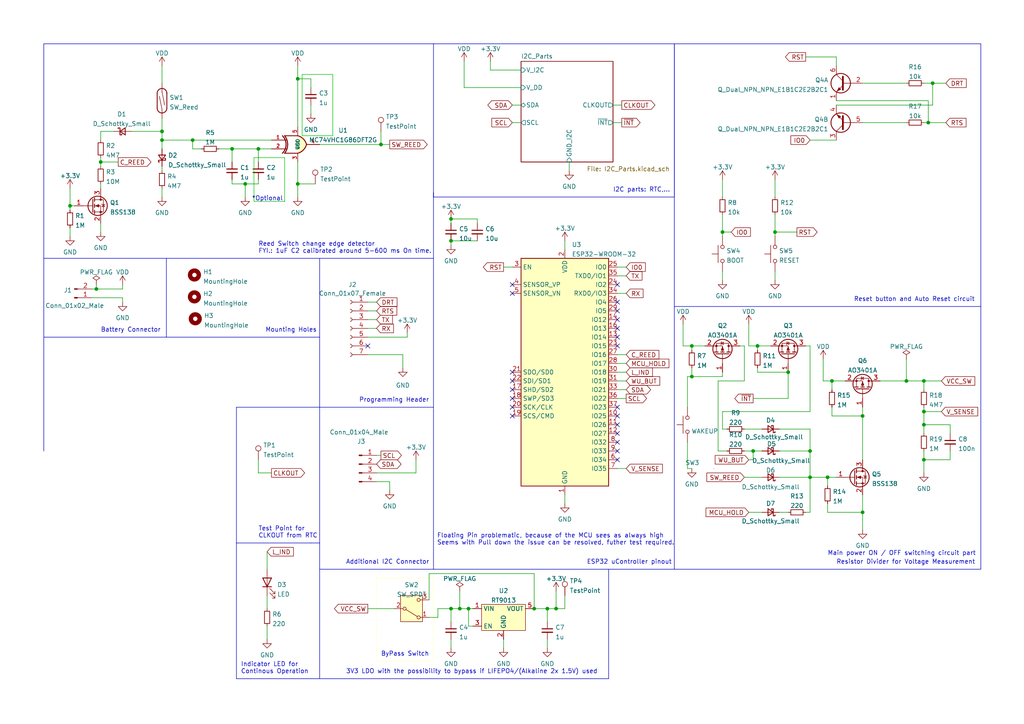
<source format=kicad_sch>
(kicad_sch (version 20231120) (generator "eeschema") (generator_version "8.0")
  (paper "A4")
  (title_block (title "Low Power Application for MailBox state checking") (date "2023-06-10") (rev "v0.2") (comment 1 "eXchange the components based on v0.1 experience") (comment 2 "Fix the RTC interrupt handling "))
  (junction (at 27.94 83.82))
  (junction (at 161.29 176.53))
  (junction (at 135.89 176.53))
  (junction (at 250.19 120.65))
  (junction (at 110.49 41.91))
  (junction (at 46.99 40.64))
  (junction (at 130.81 69.85))
  (junction (at 234.95 138.43))
  (junction (at 86.36 53.34))
  (junction (at 270.51 24.13))
  (junction (at 130.81 176.53))
  (junction (at 158.75 176.53))
  (junction (at 20.32 59.69))
  (junction (at 267.97 110.49))
  (junction (at 218.44 130.81))
  (junction (at 55.88 40.64))
  (junction (at 250.19 148.59))
  (junction (at 228.6 107.95))
  (junction (at 200.66 100.33))
  (junction (at 74.93 43.18))
  (junction (at 267.97 119.38))
  (junction (at 240.03 138.43))
  (junction (at 269.24 35.56))
  (junction (at 154.94 176.53))
  (junction (at 67.31 43.18))
  (junction (at 71.12 53.34))
  (junction (at 130.81 63.5))
  (junction (at 86.36 22.86))
  (junction (at 209.55 67.31))
  (junction (at 219.71 100.33))
  (junction (at 200.66 109.22))
  (junction (at 133.35 176.53))
  (junction (at 234.95 130.81))
  (junction (at 241.3 110.49))
  (junction (at 267.97 123.19))
  (junction (at 262.89 110.49))
  (junction (at 46.99 38.1))
  (junction (at 267.97 133.35))
  (junction (at 29.21 46.99))
  (junction (at 224.79 67.31))
  (no_connect (at 106.68 100.33))
  (no_connect (at 148.59 82.55))
  (no_connect (at 148.59 85.09))
  (no_connect (at 148.59 120.65))
  (no_connect (at 179.07 120.65))
  (no_connect (at 179.07 130.81))
  (no_connect (at 179.07 128.27))
  (no_connect (at 179.07 123.19))
  (no_connect (at 179.07 118.11))
  (no_connect (at 179.07 133.35))
  (no_connect (at 179.07 125.73))
  (no_connect (at 179.07 82.55))
  (no_connect (at 179.07 97.79))
  (no_connect (at 179.07 95.25))
  (no_connect (at 179.07 100.33))
  (no_connect (at 179.07 87.63))
  (no_connect (at 179.07 90.17))
  (no_connect (at 179.07 92.71))
  (no_connect (at 148.59 107.95))
  (no_connect (at 148.59 115.57))
  (no_connect (at 148.59 110.49))
  (no_connect (at 148.59 113.03))
  (no_connect (at 148.59 118.11))
  (wire (pts (xy 215.9 110.49) (xy 208.28 110.49)))
  (wire (pts (xy 20.32 59.69) (xy 21.59 59.69)))
  (wire (pts (xy 215.9 100.33) (xy 214.63 100.33)))
  (wire (pts (xy 130.81 63.5) (xy 138.43 63.5)))
  (wire (pts (xy 209.55 52.07) (xy 209.55 57.15)))
  (wire (pts (xy 267.97 110.49) (xy 267.97 113.03)))
  (wire (pts (xy 109.22 139.7) (xy 113.03 139.7)))
  (wire (pts (xy 234.95 40.64) (xy 242.57 40.64)))
  (polyline (pts (xy 12.7 12.7) (xy 125.73 12.7)))
  (wire (pts (xy 200.66 106.68) (xy 200.66 109.22)))
  (wire (pts (xy 106.68 102.87) (xy 116.84 102.87)))
  (wire (pts (xy 200.66 100.33) (xy 204.47 100.33)))
  (wire (pts (xy 146.05 77.47) (xy 148.59 77.47)))
  (wire (pts (xy 109.22 137.16) (xy 120.65 137.16)))
  (wire (pts (xy 219.71 100.33) (xy 223.52 100.33)))
  (wire (pts (xy 234.95 138.43) (xy 234.95 148.59)))
  (wire (pts (xy 142.24 17.78) (xy 142.24 20.32)))
  (wire (pts (xy 29.21 54.61) (xy 29.21 53.34)))
  (wire (pts (xy 133.35 176.53) (xy 135.89 176.53)))
  (wire (pts (xy 250.19 120.65) (xy 250.19 133.35)))
  (polyline (pts (xy 90.17 196.85) (xy 92.71 196.85)))
  (wire (pts (xy 90.17 22.86) (xy 90.17 25.4)))
  (wire (pts (xy 161.29 176.53) (xy 163.83 176.53)))
  (polyline (pts (xy 92.71 118.11) (xy 92.71 165.1)))
  (wire (pts (xy 262.89 24.13) (xy 250.19 24.13)))
  (polyline (pts (xy 125.73 165.1) (xy 125.73 74.93)))
  (wire (pts (xy 267.97 133.35) (xy 275.59 133.35)))
  (wire (pts (xy 226.06 130.81) (xy 234.95 130.81)))
  (wire (pts (xy 27.94 83.82) (xy 35.56 83.82)))
  (polyline (pts (xy 87.63 21.59) (xy 87.63 39.37)) (stroke (width 0) (color 0 194 0 1)))
  (polyline (pts (xy 109.22 167.64) (xy 125.73 167.64)) (stroke (width 0) (type dot) (color 255 255 0 1)))
  (wire (pts (xy 241.3 110.49) (xy 238.76 110.49)))
  (wire (pts (xy 106.68 95.25) (xy 109.22 95.25)))
  (wire (pts (xy 92.71 41.91) (xy 110.49 41.91)))
  (wire (pts (xy 198.12 100.33) (xy 200.66 100.33)))
  (wire (pts (xy 74.93 43.18) (xy 74.93 46.99)))
  (polyline (pts (xy 125.73 167.64) (xy 125.73 191.77)) (stroke (width 0) (type dot) (color 255 255 0 1)))
  (wire (pts (xy 26.67 86.36) (xy 35.56 86.36)))
  (wire (pts (xy 217.17 148.59) (xy 220.98 148.59)))
  (wire (pts (xy 74.93 52.07) (xy 74.93 53.34)))
  (polyline (pts (xy 87.63 21.59) (xy 96.52 21.59)) (stroke (width 0) (color 0 194 0 1)))
  (wire (pts (xy 67.31 53.34) (xy 71.12 53.34)))
  (wire (pts (xy 20.32 54.61) (xy 20.32 59.69)))
  (polyline (pts (xy 82.55 58.42) (xy 82.55 45.72)) (stroke (width 0) (color 0 194 0 1)))
  (wire (pts (xy 124.46 173.99) (xy 124.46 166.37)))
  (wire (pts (xy 215.9 124.46) (xy 220.98 124.46)))
  (wire (pts (xy 226.06 148.59) (xy 228.6 148.59)))
  (wire (pts (xy 275.59 123.19) (xy 267.97 123.19)))
  (wire (pts (xy 270.51 24.13) (xy 270.51 30.48)))
  (wire (pts (xy 29.21 46.99) (xy 29.21 48.26)))
  (wire (pts (xy 55.88 43.18) (xy 58.42 43.18)))
  (wire (pts (xy 86.36 46.99) (xy 86.36 53.34)))
  (wire (pts (xy 234.95 100.33) (xy 233.68 100.33)))
  (wire (pts (xy 179.07 80.01) (xy 181.61 80.01)))
  (polyline (pts (xy 82.55 58.42) (xy 82.55 58.42)))
  (wire (pts (xy 262.89 104.14) (xy 262.89 110.49)))
  (wire (pts (xy 209.55 78.74) (xy 209.55 81.28)))
  (wire (pts (xy 267.97 123.19) (xy 267.97 125.73)))
  (wire (pts (xy 219.71 107.95) (xy 228.6 107.95)))
  (wire (pts (xy 106.68 97.79) (xy 118.11 97.79)))
  (wire (pts (xy 233.68 148.59) (xy 234.95 148.59)))
  (wire (pts (xy 158.75 176.53) (xy 161.29 176.53)))
  (polyline (pts (xy 176.53 196.85) (xy 176.53 165.1)))
  (polyline (pts (xy 92.71 165.1) (xy 92.71 196.85)))
  (wire (pts (xy 138.43 63.5) (xy 138.43 64.77)))
  (wire (pts (xy 106.68 176.53) (xy 114.3 176.53)))
  (wire (pts (xy 20.32 68.58) (xy 20.32 66.04)))
  (wire (pts (xy 275.59 125.73) (xy 275.59 123.19)))
  (wire (pts (xy 262.89 110.49) (xy 267.97 110.49)))
  (wire (pts (xy 90.17 30.48) (xy 90.17 33.02)))
  (wire (pts (xy 179.07 115.57) (xy 181.61 115.57)))
  (polyline (pts (xy 92.71 196.85) (xy 176.53 196.85)))
  (wire (pts (xy 46.99 40.64) (xy 46.99 43.18)))
  (wire (pts (xy 130.81 69.85) (xy 130.81 71.12)))
  (polyline (pts (xy 92.71 97.79) (xy 92.71 97.79)))
  (wire (pts (xy 217.17 100.33) (xy 219.71 100.33)))
  (polyline (pts (xy 195.58 88.9) (xy 195.58 165.1)))
  (wire (pts (xy 106.68 92.71) (xy 109.22 92.71)))
  (wire (pts (xy 46.99 40.64) (xy 55.88 40.64)))
  (wire (pts (xy 86.36 53.34) (xy 86.36 57.15)))
  (wire (pts (xy 154.94 166.37) (xy 154.94 176.53)))
  (wire (pts (xy 215.9 100.33) (xy 215.9 110.49)))
  (wire (pts (xy 130.81 69.85) (xy 138.43 69.85)))
  (wire (pts (xy 200.66 109.22) (xy 209.55 109.22)))
  (wire (pts (xy 262.89 35.56) (xy 250.19 35.56)))
  (wire (pts (xy 106.68 90.17) (xy 109.22 90.17)))
  (wire (pts (xy 255.27 110.49) (xy 262.89 110.49)))
  (wire (pts (xy 270.51 30.48) (xy 242.57 30.48)))
  (wire (pts (xy 110.49 41.91) (xy 113.03 41.91)))
  (wire (pts (xy 179.07 110.49) (xy 181.61 110.49)))
  (wire (pts (xy 217.17 93.98) (xy 217.17 100.33)))
  (wire (pts (xy 209.55 119.38) (xy 209.55 124.46)))
  (wire (pts (xy 215.9 130.81) (xy 218.44 130.81)))
  (wire (pts (xy 250.19 143.51) (xy 250.19 148.59)))
  (wire (pts (xy 158.75 185.42) (xy 158.75 187.96)))
  (wire (pts (xy 113.03 139.7) (xy 113.03 142.24)))
  (polyline (pts (xy 195.58 57.15) (xy 125.73 57.15)))
  (wire (pts (xy 29.21 64.77) (xy 29.21 67.31)))
  (polyline (pts (xy 73.66 58.42) (xy 82.55 58.42)) (stroke (width 0) (color 0 194 0 1)))
  (wire (pts (xy 199.39 135.89) (xy 200.66 135.89)))
  (wire (pts (xy 234.95 100.33) (xy 234.95 119.38)))
  (wire (pts (xy 179.07 102.87) (xy 181.61 102.87)))
  (wire (pts (xy 209.55 67.31) (xy 209.55 68.58)))
  (wire (pts (xy 210.82 124.46) (xy 209.55 124.46)))
  (polyline (pts (xy 73.66 45.72) (xy 73.66 58.42)) (stroke (width 0) (color 0 194 0 1)))
  (wire (pts (xy 275.59 130.81) (xy 275.59 133.35)))
  (wire (pts (xy 240.03 146.05) (xy 240.03 148.59)))
  (wire (pts (xy 46.99 19.05) (xy 46.99 24.13)))
  (wire (pts (xy 86.36 53.34) (xy 91.44 53.34)))
  (wire (pts (xy 86.36 19.05) (xy 86.36 22.86)))
  (wire (pts (xy 267.97 118.11) (xy 267.97 119.38)))
  (wire (pts (xy 116.84 106.68) (xy 116.84 102.87)))
  (polyline (pts (xy 12.7 74.93) (xy 125.73 74.93)))
  (wire (pts (xy 63.5 43.18) (xy 67.31 43.18)))
  (wire (pts (xy 179.07 105.41) (xy 181.61 105.41)))
  (wire (pts (xy 224.79 78.74) (xy 224.79 81.28)))
  (wire (pts (xy 77.47 160.02) (xy 77.47 165.1)))
  (wire (pts (xy 134.62 25.4) (xy 151.13 25.4)))
  (wire (pts (xy 29.21 45.72) (xy 29.21 46.99)))
  (wire (pts (xy 234.95 119.38) (xy 209.55 119.38)))
  (wire (pts (xy 158.75 176.53) (xy 158.75 180.34)))
  (wire (pts (xy 177.8 35.56) (xy 180.34 35.56)))
  (wire (pts (xy 233.68 16.51) (xy 242.57 16.51)))
  (wire (pts (xy 224.79 67.31) (xy 224.79 68.58)))
  (wire (pts (xy 198.12 93.98) (xy 198.12 100.33)))
  (wire (pts (xy 269.24 35.56) (xy 269.24 29.21)))
  (wire (pts (xy 267.97 119.38) (xy 273.05 119.38)))
  (wire (pts (xy 71.12 53.34) (xy 74.93 53.34)))
  (wire (pts (xy 224.79 62.23) (xy 224.79 67.31)))
  (wire (pts (xy 134.62 17.78) (xy 134.62 25.4)))
  (wire (pts (xy 200.66 100.33) (xy 200.66 101.6)))
  (polyline (pts (xy 48.26 97.79) (xy 48.26 74.93)))
  (wire (pts (xy 241.3 120.65) (xy 250.19 120.65)))
  (wire (pts (xy 35.56 83.82) (xy 35.56 82.55)))
  (wire (pts (xy 267.97 133.35) (xy 267.97 137.16)))
  (wire (pts (xy 130.81 185.42) (xy 130.81 187.96)))
  (wire (pts (xy 133.35 171.45) (xy 133.35 176.53)))
  (wire (pts (xy 245.11 110.49) (xy 241.3 110.49)))
  (wire (pts (xy 86.36 22.86) (xy 86.36 36.83)))
  (wire (pts (xy 219.71 100.33) (xy 219.71 101.6)))
  (wire (pts (xy 267.97 130.81) (xy 267.97 133.35)))
  (polyline (pts (xy 125.73 191.77) (xy 109.22 191.77)) (stroke (width 0) (type dot) (color 255 255 0 1)))
  (polyline (pts (xy 195.58 12.7) (xy 195.58 88.9)))
  (wire (pts (xy 74.93 137.16) (xy 78.74 137.16)))
  (wire (pts (xy 86.36 22.86) (xy 90.17 22.86)))
  (wire (pts (xy 124.46 179.07) (xy 127 179.07)))
  (wire (pts (xy 267.97 119.38) (xy 267.97 123.19)))
  (wire (pts (xy 124.46 166.37) (xy 154.94 166.37)))
  (wire (pts (xy 77.47 181.61) (xy 77.47 185.42)))
  (wire (pts (xy 135.89 181.61) (xy 135.89 176.53)))
  (wire (pts (xy 163.83 69.85) (xy 163.83 72.39)))
  (polyline (pts (xy 12.7 97.79) (xy 48.26 97.79)))
  (wire (pts (xy 106.68 87.63) (xy 109.22 87.63)))
  (wire (pts (xy 241.3 118.11) (xy 241.3 120.65)))
  (wire (pts (xy 20.32 60.96) (xy 20.32 59.69)))
  (wire (pts (xy 130.81 63.5) (xy 130.81 64.77)))
  (polyline (pts (xy 12.7 74.93) (xy 12.7 130.81)))
  (polyline (pts (xy 195.58 165.1) (xy 284.48 165.1)))
  (wire (pts (xy 26.67 83.82) (xy 27.94 83.82)))
  (wire (pts (xy 46.99 34.29) (xy 46.99 38.1)))
  (wire (pts (xy 179.07 77.47) (xy 181.61 77.47)))
  (polyline (pts (xy 48.26 97.79) (xy 92.71 97.79)))
  (wire (pts (xy 241.3 110.49) (xy 241.3 113.03)))
  (wire (pts (xy 130.81 176.53) (xy 133.35 176.53)))
  (wire (pts (xy 250.19 148.59) (xy 250.19 153.67)))
  (wire (pts (xy 146.05 185.42) (xy 146.05 187.96)))
  (wire (pts (xy 179.07 135.89) (xy 181.61 135.89)))
  (wire (pts (xy 226.06 138.43) (xy 234.95 138.43)))
  (polyline (pts (xy 109.22 167.64) (xy 109.22 191.77)) (stroke (width 0) (type dot) (color 255 255 0 1)))
  (wire (pts (xy 177.8 30.48) (xy 180.34 30.48)))
  (wire (pts (xy 218.44 130.81) (xy 220.98 130.81)))
  (wire (pts (xy 267.97 110.49) (xy 273.05 110.49)))
  (wire (pts (xy 67.31 52.07) (xy 67.31 53.34)))
  (wire (pts (xy 38.1 38.1) (xy 46.99 38.1)))
  (wire (pts (xy 130.81 180.34) (xy 130.81 176.53)))
  (wire (pts (xy 234.95 138.43) (xy 240.03 138.43)))
  (polyline (pts (xy 90.17 157.48) (xy 92.71 157.48)))
  (wire (pts (xy 269.24 35.56) (xy 274.32 35.56)))
  (polyline (pts (xy 125.73 12.7) (xy 195.58 12.7)))
  (polyline (pts (xy 90.17 196.85) (xy 68.58 196.85)))
  (polyline (pts (xy 195.58 12.7) (xy 284.48 12.7)))
  (wire (pts (xy 179.07 113.03) (xy 181.61 113.03)))
  (polyline (pts (xy 284.48 165.1) (xy 284.48 88.9)))
  (polyline (pts (xy 12.7 12.7) (xy 12.7 74.93)))
  (wire (pts (xy 148.59 30.48) (xy 151.13 30.48)))
  (wire (pts (xy 163.83 172.72) (xy 163.83 176.53)))
  (wire (pts (xy 208.28 110.49) (xy 208.28 130.81)))
  (wire (pts (xy 110.49 132.08) (xy 109.22 132.08)))
  (wire (pts (xy 240.03 138.43) (xy 242.57 138.43)))
  (wire (pts (xy 46.99 38.1) (xy 46.99 40.64)))
  (wire (pts (xy 199.39 109.22) (xy 200.66 109.22)))
  (wire (pts (xy 29.21 46.99) (xy 34.29 46.99)))
  (polyline (pts (xy 284.48 12.7) (xy 284.48 88.9)))
  (wire (pts (xy 163.83 143.51) (xy 163.83 146.05)))
  (wire (pts (xy 267.97 35.56) (xy 269.24 35.56)))
  (wire (pts (xy 209.55 62.23) (xy 209.55 67.31)))
  (wire (pts (xy 240.03 148.59) (xy 250.19 148.59)))
  (wire (pts (xy 269.24 29.21) (xy 242.57 29.21)))
  (polyline (pts (xy 73.66 45.72) (xy 82.55 45.72)) (stroke (width 0) (color 0 194 0 1)))
  (polyline (pts (xy 125.73 165.1) (xy 92.71 165.1)))
  (wire (pts (xy 179.07 107.95) (xy 181.61 107.95)))
  (wire (pts (xy 27.94 82.55) (xy 27.94 83.82)))
  (wire (pts (xy 127 176.53) (xy 130.81 176.53)))
  (wire (pts (xy 71.12 53.34) (xy 71.12 57.15)))
  (wire (pts (xy 46.99 54.61) (xy 46.99 57.15)))
  (wire (pts (xy 148.59 35.56) (xy 151.13 35.56)))
  (polyline (pts (xy 68.58 196.85) (xy 68.58 157.48)))
  (wire (pts (xy 238.76 104.14) (xy 238.76 110.49)))
  (wire (pts (xy 199.39 135.89) (xy 199.39 128.27)))
  (wire (pts (xy 234.95 124.46) (xy 234.95 130.81)))
  (wire (pts (xy 161.29 171.45) (xy 161.29 176.53)))
  (wire (pts (xy 219.71 106.68) (xy 219.71 107.95)))
  (wire (pts (xy 179.07 85.09) (xy 181.61 85.09)))
  (polyline (pts (xy 87.63 39.37) (xy 96.52 39.37)) (stroke (width 0) (color 0 194 0 1)))
  (polyline (pts (xy 96.52 21.59) (xy 96.52 39.37)) (stroke (width 0) (color 0 194 0 1)))
  (polyline (pts (xy 207.01 135.89) (xy 207.01 135.89)))
  (wire (pts (xy 74.93 133.35) (xy 74.93 137.16)))
  (wire (pts (xy 250.19 118.11) (xy 250.19 120.65)))
  (wire (pts (xy 77.47 172.72) (xy 77.47 176.53)))
  (wire (pts (xy 242.57 16.51) (xy 242.57 19.05)))
  (wire (pts (xy 240.03 140.97) (xy 240.03 138.43)))
  (wire (pts (xy 110.49 38.1) (xy 110.49 41.91)))
  (wire (pts (xy 224.79 67.31) (xy 231.14 67.31)))
  (polyline (pts (xy 195.58 12.7) (xy 195.58 57.15)))
  (wire (pts (xy 208.28 130.81) (xy 210.82 130.81)))
  (polyline (pts (xy 195.58 88.9) (xy 284.48 88.9)))
  (wire (pts (xy 35.56 86.36) (xy 35.56 87.63)))
  (wire (pts (xy 228.6 107.95) (xy 228.6 115.57)))
  (wire (pts (xy 67.31 43.18) (xy 67.31 46.99)))
  (wire (pts (xy 226.06 124.46) (xy 234.95 124.46)))
  (wire (pts (xy 127 179.07) (xy 127 176.53)))
  (wire (pts (xy 217.17 133.35) (xy 218.44 133.35)))
  (wire (pts (xy 154.94 176.53) (xy 158.75 176.53)))
  (wire (pts (xy 209.55 67.31) (xy 212.09 67.31)))
  (polyline (pts (xy 68.58 157.48) (xy 68.58 118.11)))
  (wire (pts (xy 46.99 48.26) (xy 46.99 49.53)))
  (polyline (pts (xy 92.71 118.11) (xy 92.71 74.93)))
  (wire (pts (xy 74.93 43.18) (xy 78.74 43.18)))
  (polyline (pts (xy 125.73 74.93) (xy 125.73 12.7)))
  (polyline (pts (xy 68.58 118.11) (xy 92.71 118.11)))
  (polyline (pts (xy 125.73 57.15) (xy 125.73 55.88)))
  (wire (pts (xy 120.65 137.16) (xy 120.65 133.35)))
  (polyline (pts (xy 125.73 118.11) (xy 92.71 118.11)))
  (polyline (pts (xy 195.58 165.1) (xy 125.73 165.1)))
  (wire (pts (xy 199.39 118.11) (xy 199.39 109.22)))
  (wire (pts (xy 165.1 46.99) (xy 165.1 49.53)))
  (wire (pts (xy 118.11 96.52) (xy 118.11 97.79)))
  (wire (pts (xy 55.88 40.64) (xy 55.88 43.18)))
  (wire (pts (xy 218.44 115.57) (xy 228.6 115.57)))
  (wire (pts (xy 29.21 38.1) (xy 29.21 40.64)))
  (wire (pts (xy 67.31 43.18) (xy 74.93 43.18)))
  (wire (pts (xy 135.89 176.53) (xy 137.16 176.53)))
  (wire (pts (xy 29.21 38.1) (xy 33.02 38.1)))
  (wire (pts (xy 215.9 138.43) (xy 220.98 138.43)))
  (wire (pts (xy 224.79 52.07) (xy 224.79 57.15)))
  (wire (pts (xy 137.16 181.61) (xy 135.89 181.61)))
  (wire (pts (xy 55.88 40.64) (xy 78.74 40.64)))
  (wire (pts (xy 234.95 130.81) (xy 234.95 138.43)))
  (polyline (pts (xy 68.58 157.48) (xy 90.17 157.48)))
  (wire (pts (xy 267.97 24.13) (xy 270.51 24.13)))
  (wire (pts (xy 270.51 24.13) (xy 274.32 24.13)))
  (wire (pts (xy 218.44 133.35) (xy 218.44 130.81)))
  (wire (pts (xy 209.55 109.22) (xy 209.55 107.95)))
  (wire (pts (xy 142.24 20.32) (xy 151.13 20.32)))
  (text "Reset button and Auto Reset circuit\n" (at 247.65 87.63 0) (effects (font (size 1.27 1.27)) (justify left bottom)))
  (text "Mounting Holes" (at 76.962 96.52 0) (effects (font (size 1.27 1.27)) (justify left bottom)))
  (text "ESP32 uController pinout" (at 170.18 163.83 0) (effects (font (size 1.27 1.27)) (justify left bottom)))
  (text "ByPass Switch" (at 110.49 190.5 0) (effects (font (size 1.27 1.27)) (justify left bottom)))
  (text "Battery Connector" (at 29.21 96.52 0) (effects (font (size 1.27 1.27)) (justify left bottom)))
  (text "*Optional" (at 73.025 58.42 0) (effects (font (size 1.27 1.27)) (justify left bottom)))
  (text "I2C parts: RTC,..." (at 177.8 55.88 0) (effects (font (size 1.27 1.27)) (justify left bottom)))
  (text "Programming Header" (at 104.14 116.84 0) (effects (font (size 1.27 1.27)) (justify left bottom)))
  (text "Main power ON / OFF switching circuit part" (at 240.03 161.29 0) (effects (font (size 1.27 1.27)) (justify left bottom)))
  (text "Resistor Divider for Voltage Measurement" (at 242.57 163.83 0) (effects (font (size 1.27 1.27)) (justify left bottom)))
  (text "Test Point for \nCLKOUT from RTC" (at 74.93 156.21 0) (effects (font (size 1.27 1.27)) (justify left bottom)))
  (text "Indicator LED for\nContinous Operation" (at 69.85 195.58 0) (effects (font (size 1.27 1.27)) (justify left bottom)))
  (text "3V3 LDO with the possibility to bypass if LIFEPO4/(Alkaline 2x 1.5V) used" (at 100.33 195.58 0) (effects (font (size 1.27 1.27)) (justify left bottom)))
  (text "Reed Switch change edge detector\nFYI.: 1uF C2 calibrated around 5-600 ms On time." (at 74.93 73.66 0) (effects (font (size 1.27 1.27)) (justify left bottom)))
  (text "Floating Pin problematic, because of the MCU sees as always high\nSeems with Pull down the issue can be resolved, futher test required." (at 126.746 158.242 0) (effects (font (size 1.27 1.27)) (justify left bottom)))
  (text "Additional I2C Connector" (at 100.33 163.83 0) (effects (font (size 1.27 1.27)) (justify left bottom)))
  (global_label "SW_REED" (shape input) (at 215.9 138.43 180) (property "Intersheetrefs" "${INTERSHEET_REFS}" (effects (hide yes))))
  (global_label "~{INT}" (shape output) (at 180.34 35.56 0) (property "Intersheetrefs" "${INTERSHEET_REFS}" (effects (hide yes))))
  (global_label "MCU_HOLD" (shape input) (at 217.17 148.59 180) (property "Intersheetrefs" "${INTERSHEET_REFS}" (effects (hide yes))))
  (global_label "VCC_SW" (shape output) (at 106.68 176.53 180) (property "Intersheetrefs" "${INTERSHEET_REFS}" (effects (hide yes))))
  (global_label "SCL" (shape input) (at 148.59 35.56 180) (property "Intersheetrefs" "${INTERSHEET_REFS}" (effects (hide yes))))
  (global_label "RX" (shape input) (at 109.22 95.25 0) (property "Intersheetrefs" "${INTERSHEET_REFS}" (effects (hide yes))))
  (global_label "C_REED" (shape input) (at 181.61 102.87 0) (property "Intersheetrefs" "${INTERSHEET_REFS}" (effects (hide yes))))
  (global_label "CLKOUT" (shape output) (at 180.34 30.48 0) (property "Intersheetrefs" "${INTERSHEET_REFS}" (effects (hide yes))))
  (global_label "SDA" (shape bidirectional) (at 181.61 113.03 0) (property "Intersheetrefs" "${INTERSHEET_REFS}" (effects (hide yes))))
  (global_label "L_IND" (shape input) (at 77.47 160.02 0) (property "Intersheetrefs" "${INTERSHEET_REFS}" (effects (hide yes))))
  (global_label "SCL" (shape output) (at 181.61 115.57 0) (property "Intersheetrefs" "${INTERSHEET_REFS}" (effects (hide yes))))
  (global_label "RST" (shape output) (at 231.14 67.31 0) (property "Intersheetrefs" "${INTERSHEET_REFS}" (effects (hide yes))))
  (global_label "~{INT}" (shape output) (at 218.44 115.57 180) (property "Intersheetrefs" "${INTERSHEET_REFS}" (effects (hide yes))))
  (global_label "V_SENSE" (shape input) (at 273.05 119.38 0) (property "Intersheetrefs" "${INTERSHEET_REFS}" (effects (hide yes))))
  (global_label "RX" (shape input) (at 181.61 85.09 0) (property "Intersheetrefs" "${INTERSHEET_REFS}" (effects (hide yes))))
  (global_label "SDA" (shape bidirectional) (at 148.59 30.48 180) (property "Intersheetrefs" "${INTERSHEET_REFS}" (effects (hide yes))))
  (global_label "DRT" (shape input) (at 109.22 87.63 0) (property "Intersheetrefs" "${INTERSHEET_REFS}" (effects (hide yes))))
  (global_label "IO0" (shape input) (at 234.95 40.64 180) (property "Intersheetrefs" "${INTERSHEET_REFS}" (effects (hide yes))))
  (global_label "RTS" (shape input) (at 274.32 35.56 0) (property "Intersheetrefs" "${INTERSHEET_REFS}" (effects (hide yes))))
  (global_label "RTS" (shape input) (at 109.22 90.17 0) (property "Intersheetrefs" "${INTERSHEET_REFS}" (effects (hide yes))))
  (global_label "CLKOUT" (shape output) (at 78.74 137.16 0) (property "Intersheetrefs" "${INTERSHEET_REFS}" (effects (hide yes))))
  (global_label "V_SENSE" (shape input) (at 181.61 135.89 0) (property "Intersheetrefs" "${INTERSHEET_REFS}" (effects (hide yes))))
  (global_label "SCL" (shape output) (at 110.49 132.08 0) (property "Intersheetrefs" "${INTERSHEET_REFS}" (effects (hide yes))))
  (global_label "IO0" (shape input) (at 212.09 67.31 0) (property "Intersheetrefs" "${INTERSHEET_REFS}" (effects (hide yes))))
  (global_label "VCC_SW" (shape input) (at 273.05 110.49 0) (property "Intersheetrefs" "${INTERSHEET_REFS}" (effects (hide yes))))
  (global_label "WU_BUT" (shape input) (at 181.61 110.49 0) (property "Intersheetrefs" "${INTERSHEET_REFS}" (effects (hide yes))))
  (global_label "C_REED" (shape output) (at 34.29 46.99 0) (property "Intersheetrefs" "${INTERSHEET_REFS}" (effects (hide yes))))
  (global_label "SW_REED" (shape output) (at 113.03 41.91 0) (property "Intersheetrefs" "${INTERSHEET_REFS}" (effects (hide yes))))
  (global_label "MCU_HOLD" (shape input) (at 181.61 105.41 0) (property "Intersheetrefs" "${INTERSHEET_REFS}" (effects (hide yes))))
  (global_label "RST" (shape output) (at 146.05 77.47 180) (property "Intersheetrefs" "${INTERSHEET_REFS}" (effects (hide yes))))
  (global_label "TX" (shape input) (at 181.61 80.01 0) (property "Intersheetrefs" "${INTERSHEET_REFS}" (effects (hide yes))))
  (global_label "IO0" (shape input) (at 181.61 77.47 0) (property "Intersheetrefs" "${INTERSHEET_REFS}" (effects (hide yes))))
  (global_label "TX" (shape input) (at 109.22 92.71 0) (property "Intersheetrefs" "${INTERSHEET_REFS}" (effects (hide yes))))
  (global_label "RST" (shape output) (at 233.68 16.51 180) (property "Intersheetrefs" "${INTERSHEET_REFS}" (effects (hide yes))))
  (global_label "DRT" (shape input) (at 274.32 24.13 0) (property "Intersheetrefs" "${INTERSHEET_REFS}" (effects (hide yes))))
  (global_label "SDA" (shape bidirectional) (at 109.22 134.62 0) (property "Intersheetrefs" "${INTERSHEET_REFS}" (effects (hide yes))))
  (global_label "L_IND" (shape input) (at 181.61 107.95 0) (property "Intersheetrefs" "${INTERSHEET_REFS}" (effects (hide yes))))
  (global_label "WU_BUT" (shape input) (at 217.17 133.35 180) (property "Intersheetrefs" "${INTERSHEET_REFS}" (effects (hide yes))))
  (symbol (lib_id "RF_Module:ESP32-WROOM-32") (at 163.83 107.95 0) (unit 1)
    (property "Reference" "U3" (at 165.8494 70.9635 0) (effects (justify left)))
    (property "Value" "ESP32-WROOM-32" (at 165.8494 73.7386 0) (effects (justify left)))
    (property "Footprint" "RF_Module:ESP32-WROOM-32" (effects (hide yes)))
    (property "Datasheet" "https://www.espressif.com/sites/default/files/documentation/esp32-wroom-32_datasheet_en.pdf" (effects (hide yes)))
    (property "Description" "RF Module, ESP32-D0WDQ6 SoC, Wi-Fi 802.11b/g/n, Bluetooth, BLE, 32-bit, 2.7-3.6V, onboard antenna, SMD" (effects (hide yes)))
  )
  (symbol (lib_id "Device:R_Small") (at 213.36 130.81 270) (unit 1)
    (property "Reference" "R10" (at 213.36 126.1069 90))
    (property "Value" "220" (at 213.36 128.882 90))
    (property "Footprint" "Resistor_SMD:R_0603_1608Metric" (effects (hide yes)))
    (property "Description" "Resistor, small symbol" (effects (hide yes)))
  )
  (symbol (lib_id "Device:C_Small") (at 130.81 67.31 0) (unit 1) (in_bom no)
    (property "Reference" "C5" (at 133.1341 66.4078 0) (effects (justify left)))
    (property "Value" "10u" (at 133.1341 69.1829 0) (effects (justify left)))
    (property "Footprint" "Capacitor_SMD:C_0603_1608Metric" (effects (hide yes)))
    (property "Description" "Unpolarized capacitor, small symbol" (effects (hide yes)))
  )
  (symbol (lib_id "MyDCDCConv:RT9013") (at 146.05 179.07 0) (unit 1)
    (property "Reference" "U2" (at 146.05 171.3443 0))
    (property "Value" "RT9013" (at 146.05 174.1194 0))
    (property "Footprint" "Package_TO_SOT_SMD:SOT-23-5" (effects (hide yes)))
    (property "Datasheet" "https://www.hestore.hu/prod_getfile.php?id=9521" (effects (hide yes)))
    (property "Description" "RiCHTEK 500mA LDO 3V3" (effects (hide yes)))
  )
  (symbol (lib_id "Mechanical:MountingHole") (at 56.388 79.756 0) (unit 1)
    (property "Reference" "H1" (at 58.928 78.8475 0) (effects (justify left)))
    (property "Value" "MountingHole" (at 58.928 81.6226 0) (effects (justify left)))
    (property "Footprint" "MountingHole:MountingHole_3.2mm_M3_DIN965" (effects (hide yes)))
    (property "Description" "Mounting Hole without connection" (effects (hide yes)))
  )
  (symbol (lib_id "Device:D_Schottky_Small") (at 35.56 38.1 0) (unit 1)
    (property "Reference" "D1" (at 35.306 33.1175 0))
    (property "Value" "D_Schottky_Small" (at 35.306 35.8926 0))
    (property "Footprint" "Diode_SMD:D_SOD-123" (effects (hide yes)))
    (property "Description" "Schottky diode, small symbol" (effects (hide yes)))
  )
  (symbol (lib_id "power:GND") (at 200.66 135.89 0) (unit 1)
    (property "Reference" "#PWR030" (effects (hide yes)))
    (property "Value" "GND" (at 200.66 140.4525 0))
    (property "Description" "Power symbol creates a global label with name \"GND\" , ground" (effects (hide yes)))
  )
  (symbol (lib_id "power:VDD") (at 86.36 19.05 0) (unit 1)
    (property "Reference" "#PWR010" (effects (hide yes)))
    (property "Value" "VDD" (at 86.36 15.4455 0))
    (property "Description" "Power symbol creates a global label with name \"VDD\"" (effects (hide yes)))
  )
  (symbol (lib_id "Device:R_Small") (at 60.96 43.18 90) (unit 1)
    (property "Reference" "R5" (at 60.96 38.4769 90))
    (property "Value" "1M" (at 60.96 41.252 90))
    (property "Footprint" "Resistor_SMD:R_0603_1608Metric" (effects (hide yes)))
    (property "Description" "Resistor, small symbol" (effects (hide yes)))
  )
  (symbol (lib_id "power:+3.3V") (at 142.24 17.78 0) (unit 1)
    (property "Reference" "#PWR022" (effects (hide yes)))
    (property "Value" "+3.3V" (at 142.24 14.1755 0))
    (property "Description" "Power symbol creates a global label with name \"+3.3V\"" (effects (hide yes)))
  )
  (symbol (lib_id "power:GND") (at 20.32 68.58 0) (unit 1)
    (property "Reference" "#PWR02" (effects (hide yes)))
    (property "Value" "GND" (at 20.32 73.1425 0))
    (property "Description" "Power symbol creates a global label with name \"GND\" , ground" (effects (hide yes)))
  )
  (symbol (lib_id "Device:C_Small") (at 158.75 182.88 0) (unit 1)
    (property "Reference" "C7" (at 161.0741 181.9778 0) (effects (justify left)))
    (property "Value" "1u" (at 161.0741 184.7529 0) (effects (justify left)))
    (property "Footprint" "Capacitor_SMD:C_0603_1608Metric" (effects (hide yes)))
    (property "Description" "Unpolarized capacitor, small symbol" (effects (hide yes)))
  )
  (symbol (lib_id "Transistor_FET:AO3401A") (at 250.19 113.03 270) (mirror x) (unit 1)
    (property "Reference" "Q6" (at 250.19 104.6185 90))
    (property "Value" "AO3401A" (at 250.19 107.3936 90))
    (property "Footprint" "Package_TO_SOT_SMD:SOT-23" (effects (hide yes)))
    (property "Datasheet" "http://www.aosmd.com/pdfs/datasheet/AO3401A.pdf" (effects (hide yes)))
    (property "Description" "-4.0A Id, -30V Vds, P-Channel MOSFET, SOT-23" (effects (hide yes)))
  )
  (symbol (lib_id "Device:R_Small") (at 77.47 179.07 180) (unit 1)
    (property "Reference" "R6" (at 78.9686 178.1615 0) (effects (justify right)))
    (property "Value" "220" (at 78.9686 180.9366 0) (effects (justify right)))
    (property "Footprint" "Resistor_SMD:R_0805_2012Metric" (effects (hide yes)))
    (property "Description" "Resistor, small symbol" (effects (hide yes)))
  )
  (symbol (lib_id "power:GND") (at 35.56 87.63 0) (unit 1)
    (property "Reference" "#PWR05" (effects (hide yes)))
    (property "Value" "GND" (at 35.56 92.1925 0))
    (property "Description" "Power symbol creates a global label with name \"GND\" , ground" (effects (hide yes)))
  )
  (symbol (lib_id "Device:C_Small") (at 74.93 49.53 0) (unit 1) (in_bom no)
    (property "Reference" "C2" (at 77.2541 48.6278 0) (effects (justify left)))
    (property "Value" "1u" (at 77.2541 51.4029 0) (effects (justify left)))
    (property "Footprint" "Capacitor_SMD:C_0603_1608Metric" (effects (hide yes)))
    (property "Description" "Unpolarized capacitor, small symbol" (effects (hide yes)))
  )
  (symbol (lib_id "Connector:Conn_01x02_Pin") (at 21.59 86.36 0) (mirror x) (unit 1)
    (property "Reference" "J1" (at 20.8789 84.1815 0) (effects (justify right)))
    (property "Value" "Conn_01x02_Male" (at 30.226 88.646 0) (effects (justify right)))
    (property "Footprint" "Connector_JST:JST_PH_B2B-PH-K_1x02_P2.00mm_Vertical" (effects (hide yes)))
    (property "Description" "Generic connector, single row, 01x02, script generated" (effects (hide yes)))
  )
  (symbol (lib_id "power:+3.3V") (at 130.81 63.5 0) (unit 1)
    (property "Reference" "#PWR018" (effects (hide yes)))
    (property "Value" "+3.3V" (at 130.81 59.8955 0))
    (property "Description" "Power symbol creates a global label with name \"+3.3V\"" (effects (hide yes)))
  )
  (symbol (lib_id "Connector:TestPoint") (at 91.44 53.34 0) (unit 1)
    (property "Reference" "TP2" (at 92.837 49.1295 0) (effects (justify left)))
    (property "Value" "TestPoint" (at 92.837 51.9046 0) (effects (justify left)))
    (property "Footprint" "TestPoint:TestPoint_Pad_D1.0mm" (effects (hide yes)))
    (property "Description" "test point" (effects (hide yes)))
  )
  (symbol (lib_id "Device:R_Small") (at 29.21 43.18 180) (unit 1)
    (property "Reference" "R2" (at 30.7086 42.2715 0) (effects (justify right)))
    (property "Value" "4M7" (at 30.7086 45.0466 0) (effects (justify right)))
    (property "Footprint" "Resistor_SMD:R_0603_1608Metric" (effects (hide yes)))
    (property "Description" "Resistor, small symbol" (effects (hide yes)))
  )
  (symbol (lib_id "Device:D_Schottky_Small") (at 223.52 138.43 180) (unit 1)
    (property "Reference" "D6" (at 223.52 136.398 0))
    (property "Value" "D_Schottky_Small" (at 223.52 141.224 0))
    (property "Footprint" "Diode_SMD:D_SOD-123" (effects (hide yes)))
    (property "Description" "Schottky diode, small symbol" (effects (hide yes)))
  )
  (symbol (lib_id "Device:R_Small") (at 267.97 115.57 180) (unit 1)
    (property "Reference" "R18" (at 269.4686 114.6615 0) (effects (justify right)))
    (property "Value" "4M7" (at 269.4686 117.4366 0) (effects (justify right)))
    (property "Footprint" "Resistor_SMD:R_0603_1608Metric" (effects (hide yes)))
    (property "Description" "Resistor, small symbol" (effects (hide yes)))
  )
  (symbol (lib_id "Device:R_Small") (at 265.43 24.13 270) (mirror x) (unit 1)
    (property "Reference" "R16" (at 265.43 19.4269 90))
    (property "Value" "10k" (at 265.43 22.202 90))
    (property "Footprint" "Resistor_SMD:R_0603_1608Metric" (effects (hide yes)))
    (property "Description" "Resistor, small symbol" (effects (hide yes)))
  )
  (symbol (lib_id "Device:R_Small") (at 231.14 148.59 90) (unit 1)
    (property "Reference" "R13" (at 231.14 143.8869 90))
    (property "Value" "220" (at 231.14 146.662 90))
    (property "Footprint" "Resistor_SMD:R_0805_2012Metric" (effects (hide yes)))
    (property "Description" "Resistor, small symbol" (effects (hide yes)))
  )
  (symbol (lib_id "Device:C_Small") (at 275.59 128.27 0) (unit 1)
    (property "Reference" "C8" (at 277.9141 127.3678 0) (effects (justify left)))
    (property "Value" "100n" (at 277.9141 130.1429 0) (effects (justify left)))
    (property "Footprint" "Capacitor_SMD:C_0603_1608Metric" (effects (hide yes)))
    (property "Description" "Unpolarized capacitor, small symbol" (effects (hide yes)))
  )
  (symbol (lib_id "power:GND") (at 86.36 57.15 0) (unit 1)
    (property "Reference" "#PWR011" (effects (hide yes)))
    (property "Value" "GND" (at 86.36 61.7125 0))
    (property "Description" "Power symbol creates a global label with name \"GND\" , ground" (effects (hide yes)))
  )
  (symbol (lib_id "Device:R_Small") (at 29.21 50.8 180) (unit 1)
    (property "Reference" "R3" (at 30.7086 49.8915 0) (effects (justify right)))
    (property "Value" "10M" (at 30.7086 52.6666 0) (effects (justify right)))
    (property "Footprint" "Resistor_SMD:R_0603_1608Metric" (effects (hide yes)))
    (property "Description" "Resistor, small symbol" (effects (hide yes)))
  )
  (symbol (lib_id "Device:Q_Dual_NPN_NPN_E1B1C2E2B2C1") (at 245.11 24.13 0) (mirror y) (unit 1)
    (property "Reference" "Q4" (at 240.2586 23.2215 0) (effects (justify left)))
    (property "Value" "Q_Dual_NPN_NPN_E1B1C2E2B2C1" (at 240.2586 25.9966 0) (effects (justify left)))
    (property "Footprint" "Package_TO_SOT_SMD:SOT-363_SC-70-6" (effects (hide yes)))
    (property "Description" "Dual NPN transistor, 6 pin package" (effects (hide yes)))
  )
  (symbol (lib_id "Mechanical:MountingHole") (at 56.388 86.106 0) (unit 1)
    (property "Reference" "H2" (at 58.928 85.1975 0) (effects (justify left)))
    (property "Value" "MountingHole" (at 58.928 87.9726 0) (effects (justify left)))
    (property "Footprint" "MountingHole:MountingHole_3.2mm_M3_DIN965" (effects (hide yes)))
    (property "Description" "Mounting Hole without connection" (effects (hide yes)))
  )
  (symbol (lib_id "power:PWR_FLAG") (at 262.89 104.14 0) (unit 1)
    (property "Reference" "#FLG03" (effects (hide yes)))
    (property "Value" "PWR_FLAG" (at 262.89 100.5355 0))
    (property "Description" "Special symbol for telling ERC where power comes from" (effects (hide yes)))
  )
  (symbol (lib_id "Connector:TestPoint") (at 74.93 133.35 0) (unit 1)
    (property "Reference" "TP1" (at 76.327 129.1395 0) (effects (justify left)))
    (property "Value" "TestPoint" (at 76.327 131.9146 0) (effects (justify left)))
    (property "Footprint" "TestPoint:TestPoint_Pad_D1.0mm" (effects (hide yes)))
    (property "Description" "test point" (effects (hide yes)))
  )
  (symbol (lib_id "power:GND") (at 46.99 57.15 0) (unit 1)
    (property "Reference" "#PWR07" (effects (hide yes)))
    (property "Value" "GND" (at 46.99 61.7125 0))
    (property "Description" "Power symbol creates a global label with name \"GND\" , ground" (effects (hide yes)))
  )
  (symbol (lib_id "power:VDD") (at 198.12 93.98 0) (unit 1)
    (property "Reference" "#PWR029" (effects (hide yes)))
    (property "Value" "VDD" (at 198.12 90.3755 0))
    (property "Description" "Power symbol creates a global label with name \"VDD\"" (effects (hide yes)))
  )
  (symbol (lib_id "power:GND") (at 90.17 33.02 0) (unit 1)
    (property "Reference" "#PWR012" (effects (hide yes)))
    (property "Value" "GND" (at 90.17 37.5825 0))
    (property "Description" "Power symbol creates a global label with name \"GND\" , ground" (effects (hide yes)))
  )
  (symbol (lib_id "Switch:SW_Push") (at 199.39 123.19 90) (unit 1)
    (property "Reference" "SW3" (at 198.755 134.2195 90) (effects (justify right)))
    (property "Value" "WAKEUP" (at 200.533 125.0566 90) (effects (justify right)))
    (property "Footprint" "Button_Switch_SMD:SW_SPST_CK_RS282G05A3" (effects (hide yes)))
    (property "Description" "Push button switch, generic, two pins" (effects (hide yes)))
  )
  (symbol (lib_id "power:GND") (at 130.81 71.12 0) (unit 1)
    (property "Reference" "#PWR019" (effects (hide yes)))
    (property "Value" "GND" (at 130.81 75.6825 0))
    (property "Description" "Power symbol creates a global label with name \"GND\" , ground" (effects (hide yes)))
  )
  (symbol (lib_id "Device:D_Schottky_Small") (at 46.99 45.72 90) (unit 1)
    (property "Reference" "D2" (at 48.768 45.0655 90) (effects (justify right)))
    (property "Value" "D_Schottky_Small" (at 48.768 47.8406 90) (effects (justify right)))
    (property "Footprint" "Diode_SMD:D_SOD-123" (effects (hide yes)))
    (property "Description" "Schottky diode, small symbol" (effects (hide yes)))
  )
  (symbol (lib_id "Device:R_Small") (at 219.71 104.14 180) (unit 1)
    (property "Reference" "R11" (at 221.2086 103.2315 0) (effects (justify right)))
    (property "Value" "1M" (at 221.2086 106.0066 0) (effects (justify right)))
    (property "Footprint" "Resistor_SMD:R_0603_1608Metric" (effects (hide yes)))
    (property "Description" "Resistor, small symbol" (effects (hide yes)))
  )
  (symbol (lib_id "power:VDD") (at 217.17 93.98 0) (unit 1)
    (property "Reference" "#PWR033" (effects (hide yes)))
    (property "Value" "VDD" (at 217.17 90.3755 0))
    (property "Description" "Power symbol creates a global label with name \"VDD\"" (effects (hide yes)))
  )
  (symbol (lib_id "power:VDD") (at 238.76 104.14 0) (unit 1)
    (property "Reference" "#PWR036" (effects (hide yes)))
    (property "Value" "VDD" (at 238.76 100.5355 0))
    (property "Description" "Power symbol creates a global label with name \"VDD\"" (effects (hide yes)))
  )
  (symbol (lib_id "power:GND") (at 250.19 153.67 0) (unit 1)
    (property "Reference" "#PWR037" (effects (hide yes)))
    (property "Value" "GND" (at 250.19 158.2325 0))
    (property "Description" "Power symbol creates a global label with name \"GND\" , ground" (effects (hide yes)))
  )
  (symbol (lib_id "power:GND") (at 267.97 137.16 0) (unit 1)
    (property "Reference" "#PWR038" (effects (hide yes)))
    (property "Value" "GND" (at 267.97 141.7225 0))
    (property "Description" "Power symbol creates a global label with name \"GND\" , ground" (effects (hide yes)))
  )
  (symbol (lib_id "power:GND") (at 77.47 185.42 0) (unit 1)
    (property "Reference" "#PWR09" (effects (hide yes)))
    (property "Value" "GND" (at 77.47 189.9825 0))
    (property "Description" "Power symbol creates a global label with name \"GND\" , ground" (effects (hide yes)))
  )
  (symbol (lib_id "Device:LED") (at 77.47 168.91 90) (unit 1)
    (property "Reference" "D3" (at 80.391 169.589 90) (effects (justify right)))
    (property "Value" "LED" (at 80.391 172.3641 90) (effects (justify right)))
    (property "Footprint" "LED_SMD:LED_0805_2012Metric" (effects (hide yes)))
    (property "Description" "Light emitting diode" (effects (hide yes)))
  )
  (symbol (lib_id "Custom_Logic_Devices:MC74VHC1G86DFT2G") (at 85.09 41.91 0) (unit 1)
    (property "Reference" "U1" (at 99.5083 37.8165 0))
    (property "Value" "MC74VHC1G86DFT2G" (at 99.5083 40.5916 0))
    (property "Footprint" "Package_TO_SOT_SMD:SOT-23-5" (effects (hide yes)))
    (property "Datasheet" "https://www.farnell.com/datasheets/1748782.pdf" (effects (hide yes)))
    (property "Description" "Single 2-Input Exclusive OR Gate" (effects (hide yes)))
  )
  (symbol (lib_id "power:+3.3V") (at 20.32 54.61 0) (unit 1)
    (property "Reference" "#PWR01" (effects (hide yes)))
    (property "Value" "+3.3V" (at 20.32 51.0055 0))
    (property "Description" "Power symbol creates a global label with name \"+3.3V\"" (effects (hide yes)))
  )
  (symbol (lib_id "Connector:TestPoint") (at 163.83 172.72 0) (unit 1)
    (property "Reference" "TP4" (at 165.227 168.5095 0) (effects (justify left)))
    (property "Value" "TestPoint" (at 165.227 171.2846 0) (effects (justify left)))
    (property "Footprint" "TestPoint:TestPoint_Pad_D1.0mm" (effects (hide yes)))
    (property "Description" "test point" (effects (hide yes)))
  )
  (symbol (lib_id "power:+3.3V") (at 161.29 171.45 0) (unit 1)
    (property "Reference" "#PWR024" (effects (hide yes)))
    (property "Value" "+3.3V" (at 161.29 167.8455 0))
    (property "Description" "Power symbol creates a global label with name \"+3.3V\"" (effects (hide yes)))
  )
  (symbol (lib_id "Device:R_Small") (at 224.79 59.69 0) (unit 1)
    (property "Reference" "R12" (at 226.2886 58.7815 0) (effects (justify left)))
    (property "Value" "10k" (at 226.2886 61.5566 0) (effects (justify left)))
    (property "Footprint" "Resistor_SMD:R_0603_1608Metric" (effects (hide yes)))
    (property "Description" "Resistor, small symbol" (effects (hide yes)))
  )
  (symbol (lib_id "Device:C_Small") (at 67.31 49.53 0) (unit 1)
    (property "Reference" "C1" (at 69.6341 48.6278 0) (effects (justify left)))
    (property "Value" "1u" (at 69.6341 51.4029 0) (effects (justify left)))
    (property "Footprint" "Capacitor_SMD:C_0603_1608Metric" (effects (hide yes)))
    (property "Description" "Unpolarized capacitor, small symbol" (effects (hide yes)))
  )
  (symbol (lib_id "Device:C_Small") (at 130.81 182.88 0) (unit 1)
    (property "Reference" "C4" (at 133.1341 181.9778 0) (effects (justify left)))
    (property "Value" "1u" (at 133.1341 184.7529 0) (effects (justify left)))
    (property "Footprint" "Capacitor_SMD:C_0603_1608Metric" (effects (hide yes)))
    (property "Description" "Unpolarized capacitor, small symbol" (effects (hide yes)))
  )
  (symbol (lib_id "Device:R_Small") (at 267.97 128.27 180) (unit 1)
    (property "Reference" "R19" (at 269.4686 127.3615 0) (effects (justify right)))
    (property "Value" "1M" (at 269.4686 130.1366 0) (effects (justify right)))
    (property "Footprint" "Resistor_SMD:R_0603_1608Metric" (effects (hide yes)))
    (property "Description" "Resistor, small symbol" (effects (hide yes)))
  )
  (symbol (lib_id "Device:C_Small") (at 138.43 67.31 0) (unit 1) (in_bom no)
    (property "Reference" "C6" (at 140.7541 66.4078 0) (effects (justify left)))
    (property "Value" "10u" (at 140.7541 69.1829 0) (effects (justify left)))
    (property "Footprint" "Capacitor_SMD:C_0603_1608Metric" (effects (hide yes)))
    (property "Description" "Unpolarized capacitor, small symbol" (effects (hide yes)))
  )
  (symbol (lib_id "power:PWR_FLAG") (at 133.35 171.45 0) (unit 1)
    (property "Reference" "#FLG02" (effects (hide yes)))
    (property "Value" "PWR_FLAG" (at 133.35 167.8455 0))
    (property "Description" "Special symbol for telling ERC where power comes from" (effects (hide yes)))
  )
  (symbol (lib_id "power:GND") (at 116.84 106.68 0) (unit 1)
    (property "Reference" "#PWR014" (effects (hide yes)))
    (property "Value" "GND" (at 116.84 111.76 0))
    (property "Description" "Power symbol creates a global label with name \"GND\" , ground" (effects (hide yes)))
  )
  (symbol (lib_id "Device:R_Small") (at 213.36 124.46 270) (unit 1)
    (property "Reference" "R9" (at 213.36 119.7569 90))
    (property "Value" "220" (at 213.36 122.532 90))
    (property "Footprint" "Resistor_SMD:R_0603_1608Metric" (effects (hide yes)))
    (property "Description" "Resistor, small symbol" (effects (hide yes)))
  )
  (symbol (lib_id "power:VDD") (at 134.62 17.78 0) (unit 1)
    (property "Reference" "#PWR020" (effects (hide yes)))
    (property "Value" "VDD" (at 134.62 14.1755 0))
    (property "Description" "Power symbol creates a global label with name \"VDD\"" (effects (hide yes)))
  )
  (symbol (lib_id "power:+3.3V") (at 118.11 96.52 0) (unit 1)
    (property "Reference" "#PWR015" (effects (hide yes)))
    (property "Value" "+3.3V" (at 118.11 92.9155 0))
    (property "Description" "Power symbol creates a global label with name \"+3.3V\"" (effects (hide yes)))
  )
  (symbol (lib_id "Device:R_Small") (at 209.55 59.69 0) (unit 1)
    (property "Reference" "R8" (at 211.0486 58.7815 0) (effects (justify left)))
    (property "Value" "10k" (at 211.0486 61.5566 0) (effects (justify left)))
    (property "Footprint" "Resistor_SMD:R_0603_1608Metric" (effects (hide yes)))
    (property "Description" "Resistor, small symbol" (effects (hide yes)))
  )
  (symbol (lib_id "power:GND") (at 165.1 49.53 0) (unit 1)
    (property "Reference" "#PWR027" (effects (hide yes)))
    (property "Value" "GND" (at 165.1 54.0925 0))
    (property "Description" "Power symbol creates a global label with name \"GND\" , ground" (effects (hide yes)))
  )
  (symbol (lib_id "Device:R_Small") (at 240.03 143.51 180) (unit 1)
    (property "Reference" "R14" (at 241.5286 142.6015 0) (effects (justify right)))
    (property "Value" "1M" (at 241.5286 145.3766 0) (effects (justify right)))
    (property "Footprint" "Resistor_SMD:R_0603_1608Metric" (effects (hide yes)))
    (property "Description" "Resistor, small symbol" (effects (hide yes)))
  )
  (symbol (lib_id "Device:Q_Dual_NPN_NPN_E1B1C2E2B2C1") (at 245.11 35.56 180) (unit 2)
    (property "Reference" "Q4" (at 240.2586 34.6515 0) (effects (justify left)))
    (property "Value" "Q_Dual_NPN_NPN_E1B1C2E2B2C1" (at 240.2586 37.4266 0) (effects (justify left)))
    (property "Footprint" "Package_TO_SOT_SMD:SOT-363_SC-70-6" (effects (hide yes)))
    (property "Description" "Dual NPN transistor, 6 pin package" (effects (hide yes)))
  )
  (symbol (lib_id "power:VDD") (at 35.56 82.55 0) (unit 1)
    (property "Reference" "#PWR04" (effects (hide yes)))
    (property "Value" "VDD" (at 35.56 78.9455 0))
    (property "Description" "Power symbol creates a global label with name \"VDD\"" (effects (hide yes)))
  )
  (symbol (lib_id "Connector:TestPoint") (at 110.49 38.1 0) (unit 1)
    (property "Reference" "TP3" (at 111.887 33.8895 0) (effects (justify left)))
    (property "Value" "TestPoint" (at 111.887 36.6646 0) (effects (justify left)))
    (property "Footprint" "TestPoint:TestPoint_Pad_D1.0mm" (effects (hide yes)))
    (property "Description" "test point" (effects (hide yes)))
  )
  (symbol (lib_id "Transistor_FET:AO3401A") (at 209.55 102.87 270) (mirror x) (unit 1)
    (property "Reference" "Q2" (at 209.55 94.4585 90))
    (property "Value" "AO3401A" (at 209.55 97.2336 90))
    (property "Footprint" "Package_TO_SOT_SMD:SOT-23" (effects (hide yes)))
    (property "Datasheet" "http://www.aosmd.com/pdfs/datasheet/AO3401A.pdf" (effects (hide yes)))
    (property "Description" "-4.0A Id, -30V Vds, P-Channel MOSFET, SOT-23" (effects (hide yes)))
  )
  (symbol (lib_id "power:GND") (at 29.21 67.31 0) (unit 1)
    (property "Reference" "#PWR03" (effects (hide yes)))
    (property "Value" "GND" (at 29.21 71.8725 0))
    (property "Description" "Power symbol creates a global label with name \"GND\" , ground" (effects (hide yes)))
  )
  (symbol (lib_id "Device:R_Small") (at 265.43 35.56 270) (mirror x) (unit 1)
    (property "Reference" "R17" (at 265.43 30.8569 90))
    (property "Value" "10k" (at 265.43 33.632 90))
    (property "Footprint" "Resistor_SMD:R_0603_1608Metric" (effects (hide yes)))
    (property "Description" "Resistor, small symbol" (effects (hide yes)))
  )
  (symbol (lib_id "Transistor_FET:BSS138") (at 247.65 138.43 0) (unit 1)
    (property "Reference" "Q5" (at 252.857 137.5215 0) (effects (justify left)))
    (property "Value" "BSS138" (at 252.857 140.2966 0) (effects (justify left)))
    (property "Footprint" "Package_TO_SOT_SMD:SOT-23" (effects (hide yes)))
    (property "Datasheet" "https://www.onsemi.com/pub/Collateral/BSS138-D.PDF" (effects (hide yes)))
    (property "Description" "50V Vds, 0.22A Id, N-Channel MOSFET, SOT-23" (effects (hide yes)))
  )
  (symbol (lib_id "power:GND") (at 71.12 57.15 0) (unit 1)
    (property "Reference" "#PWR08" (effects (hide yes)))
    (property "Value" "GND" (at 71.12 61.7125 0))
    (property "Description" "Power symbol creates a global label with name \"GND\" , ground" (effects (hide yes)))
  )
  (symbol (lib_id "Device:D_Schottky_Small") (at 223.52 148.59 180) (unit 1)
    (property "Reference" "D7" (at 223.52 146.05 0))
    (property "Value" "D_Schottky_Small" (at 223.52 151.13 0))
    (property "Footprint" "Diode_SMD:D_SOD-123" (effects (hide yes)))
    (property "Description" "Schottky diode, small symbol" (effects (hide yes)))
  )
  (symbol (lib_id "power:GND") (at 146.05 187.96 0) (unit 1)
    (property "Reference" "#PWR021" (effects (hide yes)))
    (property "Value" "GND" (at 146.05 192.5225 0))
    (property "Description" "Power symbol creates a global label with name \"GND\" , ground" (effects (hide yes)))
  )
  (symbol (lib_id "Switch:SW_Push") (at 224.79 73.66 90) (unit 1)
    (property "Reference" "SW5" (at 225.933 72.7515 90) (effects (justify right)))
    (property "Value" "RESET" (at 225.933 75.5266 90) (effects (justify right)))
    (property "Footprint" "Button_Switch_SMD:SW_SPST_CK_RS282G05A3" (effects (hide yes)))
    (property "Description" "Push button switch, generic, two pins" (effects (hide yes)))
  )
  (symbol (lib_id "Device:C_Small") (at 90.17 27.94 0) (unit 1)
    (property "Reference" "C3" (at 92.4941 27.0378 0) (effects (justify left)))
    (property "Value" "1u" (at 92.4941 29.8129 0) (effects (justify left)))
    (property "Footprint" "Capacitor_SMD:C_0603_1608Metric" (effects (hide yes)))
    (property "Description" "Unpolarized capacitor, small symbol" (effects (hide yes)))
  )
  (symbol (lib_id "power:GND") (at 224.79 81.28 0) (unit 1)
    (property "Reference" "#PWR035" (effects (hide yes)))
    (property "Value" "GND" (at 224.79 85.8425 0))
    (property "Description" "Power symbol creates a global label with name \"GND\" , ground" (effects (hide yes)))
  )
  (symbol (lib_id "power:+3.3V") (at 120.65 133.35 0) (unit 1)
    (property "Reference" "#PWR016" (effects (hide yes)))
    (property "Value" "+3.3V" (at 120.65 129.7455 0))
    (property "Description" "Power symbol creates a global label with name \"+3.3V\"" (effects (hide yes)))
  )
  (symbol (lib_id "Switch:SW_Reed") (at 46.99 29.21 90) (unit 1)
    (property "Reference" "SW1" (at 49.149 28.3015 90) (effects (justify right)))
    (property "Value" "SW_Reed" (at 49.149 31.0766 90) (effects (justify right)))
    (property "Footprint" "Connector_Molex:Molex_Micro-Fit_3.0_43045-0200_2x01_P3.00mm_Horizontal" (effects (hide yes)))
    (property "Description" "reed switch" (effects (hide yes)))
  )
  (symbol (lib_id "power:+3.3V") (at 224.79 52.07 0) (unit 1)
    (property "Reference" "#PWR034" (effects (hide yes)))
    (property "Value" "+3.3V" (at 224.79 48.4655 0))
    (property "Description" "Power symbol creates a global label with name \"+3.3V\"" (effects (hide yes)))
  )
  (symbol (lib_id "Switch:SW_SPDT") (at 119.38 176.53 0) (mirror x) (unit 1)
    (property "Reference" "SW2" (at 119.38 169.6425 0))
    (property "Value" "SW_SPDT" (at 119.38 172.4176 0))
    (property "Footprint" "Button_Switch_SMD:SW_SPDT_PCM12" (effects (hide yes)))
    (property "Description" "Switch, single pole double throw" (effects (hide yes)))
  )
  (symbol (lib_id "power:GND") (at 209.55 81.28 0) (unit 1)
    (property "Reference" "#PWR032" (effects (hide yes)))
    (property "Value" "GND" (at 209.55 85.8425 0))
    (property "Description" "Power symbol creates a global label with name \"GND\" , ground" (effects (hide yes)))
  )
  (symbol (lib_id "power:VDD") (at 46.99 19.05 0) (unit 1)
    (property "Reference" "#PWR06" (effects (hide yes)))
    (property "Value" "VDD" (at 46.99 15.4455 0))
    (property "Description" "Power symbol creates a global label with name \"VDD\"" (effects (hide yes)))
  )
  (symbol (lib_id "power:+3.3V") (at 209.55 52.07 0) (unit 1)
    (property "Reference" "#PWR031" (effects (hide yes)))
    (property "Value" "+3.3V" (at 209.55 48.4655 0))
    (property "Description" "Power symbol creates a global label with name \"+3.3V\"" (effects (hide yes)))
  )
  (symbol (lib_id "Device:D_Schottky_Small") (at 223.52 130.81 180) (unit 1)
    (property "Reference" "D5" (at 223.774 128.778 0))
    (property "Value" "D_Schottky_Small" (at 226.568 133.604 0))
    (property "Footprint" "Diode_SMD:D_SOD-123" (effects (hide yes)))
    (property "Description" "Schottky diode, small symbol" (effects (hide yes)))
  )
  (symbol (lib_id "power:GND") (at 158.75 187.96 0) (unit 1)
    (property "Reference" "#PWR023" (effects (hide yes)))
    (property "Value" "GND" (at 158.75 192.5225 0))
    (property "Description" "Power symbol creates a global label with name \"GND\" , ground" (effects (hide yes)))
  )
  (symbol (lib_id "Transistor_FET:AO3401A") (at 228.6 102.87 270) (mirror x) (unit 1)
    (property "Reference" "Q3" (at 228.6 94.4585 90))
    (property "Value" "AO3401A" (at 228.6 97.2336 90))
    (property "Footprint" "Package_TO_SOT_SMD:SOT-23" (effects (hide yes)))
    (property "Datasheet" "http://www.aosmd.com/pdfs/datasheet/AO3401A.pdf" (effects (hide yes)))
    (property "Description" "-4.0A Id, -30V Vds, P-Channel MOSFET, SOT-23" (effects (hide yes)))
  )
  (symbol (lib_id "Connector:Conn_01x07_Socket") (at 101.6 95.25 0) (mirror y) (unit 1)
    (property "Reference" "J2" (at 102.235 82.55 0))
    (property "Value" "Conn_01x07_Female" (at 102.235 85.09 0))
    (property "Footprint" "Connector_PinSocket_2.54mm:PinSocket_1x07_P2.54mm_Vertical" (effects (hide yes)))
    (property "Description" "Generic connector, single row, 01x07, script generated" (effects (hide yes)))
  )
  (symbol (lib_id "Switch:SW_Push") (at 209.55 73.66 90) (unit 1)
    (property "Reference" "SW4" (at 210.693 72.7515 90) (effects (justify right)))
    (property "Value" "BOOT" (at 210.693 75.5266 90) (effects (justify right)))
    (property "Footprint" "Button_Switch_SMD:SW_SPST_CK_RS282G05A3" (effects (hide yes)))
    (property "Description" "Push button switch, generic, two pins" (effects (hide yes)))
  )
  (symbol (lib_id "power:GND") (at 163.83 146.05 0) (unit 1)
    (property "Reference" "#PWR026" (effects (hide yes)))
    (property "Value" "GND" (at 163.83 150.6125 0))
    (property "Description" "Power symbol creates a global label with name \"GND\" , ground" (effects (hide yes)))
  )
  (symbol (lib_id "power:+3.3V") (at 163.83 69.85 0) (unit 1)
    (property "Reference" "#PWR025" (effects (hide yes)))
    (property "Value" "+3.3V" (at 163.83 66.2455 0))
    (property "Description" "Power symbol creates a global label with name \"+3.3V\"" (effects (hide yes)))
  )
  (symbol (lib_id "Device:R_Small") (at 200.66 104.14 180) (unit 1)
    (property "Reference" "R7" (at 202.1586 103.2315 0) (effects (justify right)))
    (property "Value" "1M" (at 202.1586 106.0066 0) (effects (justify right)))
    (property "Footprint" "Resistor_SMD:R_0603_1608Metric" (effects (hide yes)))
    (property "Description" "Resistor, small symbol" (effects (hide yes)))
  )
  (symbol (lib_id "power:GND") (at 113.03 142.24 0) (unit 1)
    (property "Reference" "#PWR013" (effects (hide yes)))
    (property "Value" "GND" (at 113.03 146.8025 0))
    (property "Description" "Power symbol creates a global label with name \"GND\" , ground" (effects (hide yes)))
  )
  (symbol (lib_id "Device:R_Small") (at 241.3 115.57 180) (unit 1)
    (property "Reference" "R15" (at 242.7986 114.6615 0) (effects (justify right)))
    (property "Value" "1M" (at 242.7986 117.4366 0) (effects (justify right)))
    (property "Footprint" "Resistor_SMD:R_0603_1608Metric" (effects (hide yes)))
    (property "Description" "Resistor, small symbol" (effects (hide yes)))
  )
  (symbol (lib_id "power:GND") (at 130.81 187.96 0) (unit 1)
    (property "Reference" "#PWR017" (effects (hide yes)))
    (property "Value" "GND" (at 130.81 192.5225 0))
    (property "Description" "Power symbol creates a global label with name \"GND\" , ground" (effects (hide yes)))
  )
  (symbol (lib_id "Device:D_Schottky_Small") (at 223.52 124.46 180) (unit 1)
    (property "Reference" "D4" (at 223.52 121.92 0))
    (property "Value" "D_Schottky_Small" (at 224.536 126.746 0))
    (property "Footprint" "Diode_SMD:D_SOD-123" (effects (hide yes)))
    (property "Description" "Schottky diode, small symbol" (effects (hide yes)))
  )
  (symbol (lib_id "Device:R_Small") (at 46.99 52.07 180) (unit 1)
    (property "Reference" "R4" (at 48.4886 51.1615 0) (effects (justify right)))
    (property "Value" "4M7" (at 48.4886 53.9366 0) (effects (justify right)))
    (property "Footprint" "Resistor_SMD:R_0603_1608Metric" (effects (hide yes)))
    (property "Description" "Resistor, small symbol" (effects (hide yes)))
  )
  (symbol (lib_id "Connector:Conn_01x04_Pin") (at 104.14 134.62 0) (unit 1)
    (property "Reference" "J3" (at 104.775 128.0373 0))
    (property "Value" "Conn_01x04_Male" (at 104.14 125.349 0))
    (property "Footprint" "Connector_JST:JST_PH_S4B-PH-K_1x04_P2.00mm_Horizontal" (effects (hide yes)))
    (property "Description" "Generic connector, single row, 01x04, script generated" (effects (hide yes)))
  )
  (symbol (lib_id "Transistor_FET:BSS138") (at 26.67 59.69 0) (unit 1)
    (property "Reference" "Q1" (at 31.877 58.7815 0) (effects (justify left)))
    (property "Value" "BSS138" (at 31.877 61.5566 0) (effects (justify left)))
    (property "Footprint" "Package_TO_SOT_SMD:SOT-23" (effects (hide yes)))
    (property "Datasheet" "https://www.onsemi.com/pub/Collateral/BSS138-D.PDF" (effects (hide yes)))
    (property "Description" "50V Vds, 0.22A Id, N-Channel MOSFET, SOT-23" (effects (hide yes)))
  )
  (symbol (lib_id "Device:R_Small") (at 20.32 63.5 180) (unit 1)
    (property "Reference" "R1" (at 21.8186 62.5915 0) (effects (justify right)))
    (property "Value" "1M" (at 21.8186 65.3666 0) (effects (justify right)))
    (property "Footprint" "Resistor_SMD:R_0603_1608Metric" (effects (hide yes)))
    (property "Description" "Resistor, small symbol" (effects (hide yes)))
  )
  (symbol (lib_id "Mechanical:MountingHole") (at 56.642 92.456 0) (unit 1)
    (property "Reference" "H3" (at 59.182 91.5475 0) (effects (justify left)))
    (property "Value" "MountingHole" (at 59.182 94.3226 0) (effects (justify left)))
    (property "Footprint" "MountingHole:MountingHole_3.2mm_M3_DIN965" (effects (hide yes)))
    (property "Description" "Mounting Hole without connection" (effects (hide yes)))
  )
  (symbol (lib_id "power:PWR_FLAG") (at 27.94 82.55 0) (unit 1)
    (property "Reference" "#FLG01" (effects (hide yes)))
    (property "Value" "PWR_FLAG" (at 27.94 78.9455 0))
    (property "Description" "Special symbol for telling ERC where power comes from" (effects (hide yes)))
  )
  (sheet (at 151.13 17.78) (size 26.67 29.21) (stroke (width 0.1524))
    (property "Sheetname" "I2C_Parts" (at 151.13 17.0684 0) (effects (justify left bottom)))
    (property "Sheetfile" "I2C_Parts.kicad_sch" (at 170.18 48.26 0) (effects (justify left top)))
    (pin "SCL" output (at 151.13 35.56 180))
    (pin "SDA" bidirectional (at 151.13 30.48 180))
    (pin "CLKOUT" output (at 177.8 30.48 0))
    (pin "~{INT}" output (at 177.8 35.56 0))
    (pin "GND_I2C" input (at 165.1 46.99 270))
    (pin "V_I2C" input (at 151.13 20.32 180))
    (pin "V_DD" input (at 151.13 25.4 180))
  )
)
</source>
